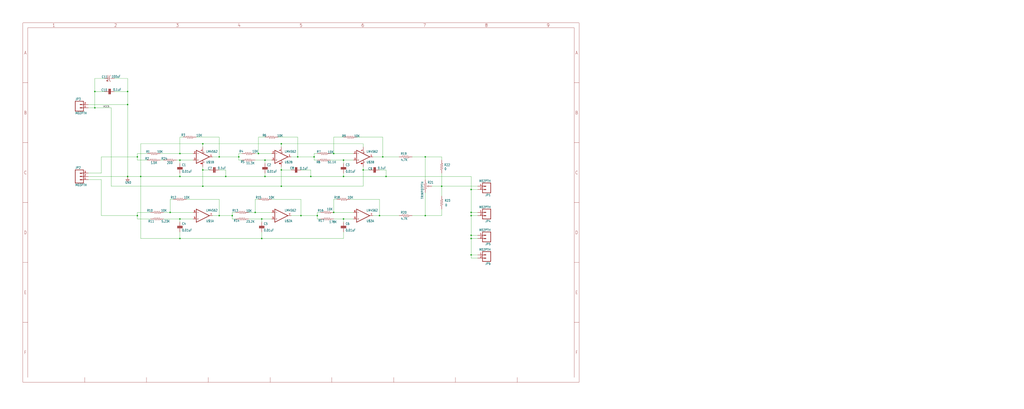
<source format=kicad_sch>
(kicad_sch (version 20211123) (generator eeschema)
  (paper "User" 795.02 317.906)
  (lib_symbols
    (symbol "allpass-eagle-import:CAP0603-CAP"
      (property "Reference" "C" (at 1.524 2.921 0))
      (property "Value" "CAP0603-CAP" (at 1.524 -2.159 0))
      (symbol "CAP0603-CAP_1_0"
        (rectangle (start -2.032 0.508) (end 2.032 1.016) (fill (type outline)))
        (rectangle (start -2.032 1.524) (end 2.032 2.032) (fill (type outline)))
        (polyline (pts (xy 0 0) (xy 0 0.508)) (stroke (width 0.1524)))
        (polyline (pts (xy 0 2.54) (xy 0 2.032)) (stroke (width 0.1524)))
        (pin passive line (at 0 5.08 270) (length 2.54) (name "1") (number "1"))
        (pin passive line (at 0 -2.54 90) (length 2.54) (name "2") (number "2"))
      )
    )
    (symbol "allpass-eagle-import:CAP_POLPTH1"
      (property "Reference" "C" (at 1.016 0.635 0))
      (property "Value" "CAP_POLPTH1" (at 1.016 -4.191 0))
      (symbol "CAP_POLPTH1_1_0"
        (rectangle (start -2.253 0.668) (end -1.364 0.795) (fill (type outline)))
        (rectangle (start -1.872 0.287) (end -1.745 1.176) (fill (type outline)))
        (arc (start 0 -1.0161) (mid -1.3021 -1.2302) (end -2.4669 -1.8504) (stroke (width 0.254)))
        (polyline (pts (xy -2.54 0) (xy 2.54 0)) (stroke (width 0.254)))
        (polyline (pts (xy 0 -1.016) (xy 0 -2.54)) (stroke (width 0.1524)))
        (arc (start 2.4892 -1.8542) (mid 1.3158 -1.2195) (end 0 -1) (stroke (width 0.254)))
        (pin passive line (at 0 2.54 270) (length 2.54) (name "+") (number "1"))
        (pin passive line (at 0 -5.08 90) (length 2.54) (name "-") (number "2"))
      )
    )
    (symbol "allpass-eagle-import:FRAME_B_L"
      (symbol "FRAME_B_L_0_0"
        (polyline (pts (xy 0 46.5667) (xy 3.81 46.5667)))
        (polyline (pts (xy 0 93.1333) (xy 3.81 93.1333)))
        (polyline (pts (xy 0 139.7) (xy 3.81 139.7)))
        (polyline (pts (xy 0 186.2667) (xy 3.81 186.2667)))
        (polyline (pts (xy 0 232.8333) (xy 3.81 232.8333)))
        (polyline (pts (xy 3.81 3.81) (xy 3.81 275.59)))
        (polyline (pts (xy 47.9778 0) (xy 47.9778 3.81)))
        (polyline (pts (xy 95.9556 0) (xy 95.9556 3.81)))
        (polyline (pts (xy 143.9333 0) (xy 143.9333 3.81)))
        (polyline (pts (xy 191.9111 0) (xy 191.9111 3.81)))
        (polyline (pts (xy 239.8889 0) (xy 239.8889 3.81)))
        (polyline (pts (xy 287.8667 0) (xy 287.8667 3.81)))
        (polyline (pts (xy 335.8444 0) (xy 335.8444 3.81)))
        (polyline (pts (xy 383.8222 0) (xy 383.8222 3.81)))
        (polyline (pts (xy 427.99 3.81) (xy 427.99 275.59)))
        (polyline (pts (xy 427.99 46.5667) (xy 431.8 46.5667)))
        (polyline (pts (xy 427.99 93.1333) (xy 431.8 93.1333)))
        (polyline (pts (xy 427.99 139.7) (xy 431.8 139.7)))
        (polyline (pts (xy 427.99 186.2667) (xy 431.8 186.2667)))
        (polyline (pts (xy 427.99 232.8333) (xy 431.8 232.8333)))
        (polyline (pts (xy 427.99 275.59) (xy 3.81 275.59)))
        (polyline (pts (xy 0 0) (xy 431.8 0) (xy 431.8 279.4) (xy 0 279.4) (xy 0 0)))
        (text "1" (at 23.9889 277.495 0) (effects (font (size 2.54 2.286))))
        (text "2" (at 71.9667 277.495 0) (effects (font (size 2.54 2.286))))
        (text "3" (at 119.9444 277.495 0) (effects (font (size 2.54 2.286))))
        (text "4" (at 167.9222 277.495 0) (effects (font (size 2.54 2.286))))
        (text "5" (at 215.9 277.495 0) (effects (font (size 2.54 2.286))))
        (text "6" (at 263.8778 277.495 0) (effects (font (size 2.54 2.286))))
        (text "7" (at 311.8556 277.495 0) (effects (font (size 2.54 2.286))))
        (text "8" (at 359.8333 277.495 0) (effects (font (size 2.54 2.286))))
        (text "9" (at 407.8111 277.495 0) (effects (font (size 2.54 2.286))))
        (text "A" (at 1.905 256.1167 0) (effects (font (size 2.54 2.286))))
        (text "A" (at 429.895 256.1167 0) (effects (font (size 2.54 2.286))))
        (text "B" (at 1.905 209.55 0) (effects (font (size 2.54 2.286))))
        (text "B" (at 429.895 209.55 0) (effects (font (size 2.54 2.286))))
        (text "C" (at 1.905 162.9833 0) (effects (font (size 2.54 2.286))))
        (text "C" (at 429.895 162.9833 0) (effects (font (size 2.54 2.286))))
        (text "D" (at 1.905 116.4167 0) (effects (font (size 2.54 2.286))))
        (text "D" (at 429.895 116.4167 0) (effects (font (size 2.54 2.286))))
        (text "E" (at 1.905 69.85 0) (effects (font (size 2.54 2.286))))
        (text "E" (at 429.895 69.85 0) (effects (font (size 2.54 2.286))))
        (text "F" (at 1.905 23.2833 0) (effects (font (size 2.54 2.286))))
        (text "F" (at 429.895 23.2833 0) (effects (font (size 2.54 2.286))))
      )
      (symbol "FRAME_B_L_2_0"
        (polyline (pts (xy 0 0) (xy 0 5.08)) (stroke (width 0.1016)))
        (polyline (pts (xy 0 0) (xy 71.12 0)) (stroke (width 0.1016)))
        (polyline (pts (xy 0 5.08) (xy 0 15.24)) (stroke (width 0.1016)))
        (polyline (pts (xy 0 5.08) (xy 71.12 5.08)) (stroke (width 0.1016)))
        (polyline (pts (xy 0 15.24) (xy 0 22.86)) (stroke (width 0.1016)))
        (polyline (pts (xy 0 22.86) (xy 0 35.56)) (stroke (width 0.1016)))
        (polyline (pts (xy 0 22.86) (xy 101.6 22.86)) (stroke (width 0.1016)))
        (polyline (pts (xy 71.12 0) (xy 101.6 0)) (stroke (width 0.1016)))
        (polyline (pts (xy 71.12 5.08) (xy 71.12 0)) (stroke (width 0.1016)))
        (polyline (pts (xy 71.12 5.08) (xy 87.63 5.08)) (stroke (width 0.1016)))
        (polyline (pts (xy 87.63 5.08) (xy 101.6 5.08)) (stroke (width 0.1016)))
        (polyline (pts (xy 87.63 15.24) (xy 0 15.24)) (stroke (width 0.1016)))
        (polyline (pts (xy 87.63 15.24) (xy 87.63 5.08)) (stroke (width 0.1016)))
        (polyline (pts (xy 101.6 5.08) (xy 101.6 0)) (stroke (width 0.1016)))
        (polyline (pts (xy 101.6 15.24) (xy 87.63 15.24)) (stroke (width 0.1016)))
        (polyline (pts (xy 101.6 15.24) (xy 101.6 5.08)) (stroke (width 0.1016)))
        (polyline (pts (xy 101.6 22.86) (xy 101.6 15.24)) (stroke (width 0.1016)))
        (polyline (pts (xy 101.6 35.56) (xy 0 35.56)) (stroke (width 0.1016)))
        (polyline (pts (xy 101.6 35.56) (xy 101.6 22.86)) (stroke (width 0.1016)))
        (text ">DRAWING_NAME" (at 17.78 19.05 0) (effects (font (size 2.54 2.159)) (justify left bottom)))
        (text ">LAST_DATE_TIME" (at 12.7 1.27 0) (effects (font (size 2.54 2.159)) (justify left bottom)))
        (text ">SHEET" (at 86.36 1.27 0) (effects (font (size 2.54 2.159)) (justify left bottom)))
        (text "Date:" (at 1.27 1.27 0) (effects (font (size 2.54 2.159)) (justify left bottom)))
        (text "Document Number:" (at 1.27 11.43 0) (effects (font (size 2.54 2.159)) (justify left bottom)))
        (text "REV:" (at 88.9 11.43 0) (effects (font (size 2.54 2.159)) (justify left bottom)))
        (text "Sheet:" (at 72.39 1.27 0) (effects (font (size 2.54 2.159)) (justify left bottom)))
        (text "TITLE:" (at 1.27 19.05 0) (effects (font (size 2.54 2.159)) (justify left bottom)))
      )
    )
    (symbol "allpass-eagle-import:GND" (power)
      (property "Value" "GND" (at -1.905 -3.175 0))
      (symbol "GND_1_0"
        (polyline (pts (xy -1.27 0) (xy 1.27 0)) (stroke (width 0.254)))
        (polyline (pts (xy 0 -1.27) (xy -1.27 0)) (stroke (width 0.254)))
        (polyline (pts (xy 1.27 0) (xy 0 -1.27)) (stroke (width 0.254)))
        (pin power_in line (at 0 2.54 270) (length 2.54) (name "GND") (number "1"))
      )
    )
    (symbol "allpass-eagle-import:LM4562"
      (property "Value" "LM4562" (at 2.54 -5.08 0))
      (symbol "LM4562_1_0"
        (polyline (pts (xy -5.08 -5.08) (xy 5.08 0)) (stroke (width 0.4064)))
        (polyline (pts (xy -5.08 5.08) (xy -5.08 -5.08)) (stroke (width 0.4064)))
        (polyline (pts (xy -4.445 -2.54) (xy -3.175 -2.54)) (stroke (width 0.1524)))
        (polyline (pts (xy -4.445 2.54) (xy -3.175 2.54)) (stroke (width 0.1524)))
        (polyline (pts (xy -3.81 3.175) (xy -3.81 1.905)) (stroke (width 0.1524)))
        (polyline (pts (xy 5.08 0) (xy -5.08 5.08)) (stroke (width 0.4064)))
        (pin input line (at -7.62 2.54 0) (length 2.54) (name "+IN") (number "5"))
        (pin input line (at -7.62 -2.54 0) (length 2.54) (name "-IN") (number "6"))
        (pin output line (at 7.62 0 180) (length 2.54) (name "OUT") (number "7"))
      )
      (symbol "LM4562_2_0"
        (polyline (pts (xy -5.08 -5.08) (xy 5.08 0)) (stroke (width 0.4064)))
        (polyline (pts (xy -5.08 5.08) (xy -5.08 -5.08)) (stroke (width 0.4064)))
        (polyline (pts (xy -4.445 -2.54) (xy -3.175 -2.54)) (stroke (width 0.1524)))
        (polyline (pts (xy -4.445 2.54) (xy -3.175 2.54)) (stroke (width 0.1524)))
        (polyline (pts (xy -3.81 3.175) (xy -3.81 1.905)) (stroke (width 0.1524)))
        (polyline (pts (xy 5.08 0) (xy -5.08 5.08)) (stroke (width 0.4064)))
        (text "V+" (at 1.27 3.175 900) (effects (font (size 0.8128 0.6908)) (justify left bottom)))
        (text "V-" (at 1.27 -4.445 900) (effects (font (size 0.8128 0.6908)) (justify left bottom)))
        (pin output line (at 7.62 0 180) (length 2.54) (name "OUT") (number "1"))
        (pin input line (at -7.62 -2.54 0) (length 2.54) (name "-IN") (number "2"))
        (pin input line (at -7.62 2.54 0) (length 2.54) (name "+IN") (number "3"))
        (pin power_in line (at 0 -7.62 90) (length 5.08) (name "V-") (number "4"))
        (pin power_in line (at 0 7.62 270) (length 5.08) (name "V+") (number "8"))
      )
    )
    (symbol "allpass-eagle-import:M02PTH"
      (property "Reference" "JP" (at -2.54 5.842 0))
      (property "Value" "M02PTH" (at -2.54 -5.08 0))
      (symbol "M02PTH_1_0"
        (polyline (pts (xy -2.54 5.08) (xy -2.54 -2.54)) (stroke (width 0.4064)))
        (polyline (pts (xy -2.54 5.08) (xy 3.81 5.08)) (stroke (width 0.4064)))
        (polyline (pts (xy 1.27 0) (xy 2.54 0)) (stroke (width 0.6096)))
        (polyline (pts (xy 1.27 2.54) (xy 2.54 2.54)) (stroke (width 0.6096)))
        (polyline (pts (xy 3.81 -2.54) (xy -2.54 -2.54)) (stroke (width 0.4064)))
        (polyline (pts (xy 3.81 -2.54) (xy 3.81 5.08)) (stroke (width 0.4064)))
        (pin passive line (at 7.62 0 180) (length 5.08) (name "1") (number "1"))
        (pin passive line (at 7.62 2.54 180) (length 5.08) (name "2") (number "2"))
      )
    )
    (symbol "allpass-eagle-import:M03PTH"
      (property "Reference" "JP" (at -2.54 5.842 0))
      (property "Value" "M03PTH" (at -2.54 -7.62 0))
      (symbol "M03PTH_1_0"
        (polyline (pts (xy -2.54 5.08) (xy -2.54 -5.08)) (stroke (width 0.4064)))
        (polyline (pts (xy -2.54 5.08) (xy 3.81 5.08)) (stroke (width 0.4064)))
        (polyline (pts (xy 1.27 -2.54) (xy 2.54 -2.54)) (stroke (width 0.6096)))
        (polyline (pts (xy 1.27 0) (xy 2.54 0)) (stroke (width 0.6096)))
        (polyline (pts (xy 1.27 2.54) (xy 2.54 2.54)) (stroke (width 0.6096)))
        (polyline (pts (xy 3.81 -5.08) (xy -2.54 -5.08)) (stroke (width 0.4064)))
        (polyline (pts (xy 3.81 -5.08) (xy 3.81 5.08)) (stroke (width 0.4064)))
        (pin passive line (at 7.62 -2.54 180) (length 5.08) (name "1") (number "1"))
        (pin passive line (at 7.62 0 180) (length 5.08) (name "2") (number "2"))
        (pin passive line (at 7.62 2.54 180) (length 5.08) (name "3") (number "3"))
      )
    )
    (symbol "allpass-eagle-import:RESISTOR0603"
      (property "Reference" "R" (at -3.81 1.4986 0))
      (property "Value" "RESISTOR0603" (at -3.81 -3.302 0))
      (symbol "RESISTOR0603_1_0"
        (polyline (pts (xy -2.54 0) (xy -2.159 1.016)) (stroke (width 0.1524)))
        (polyline (pts (xy -2.159 1.016) (xy -1.524 -1.016)) (stroke (width 0.1524)))
        (polyline (pts (xy -1.524 -1.016) (xy -0.889 1.016)) (stroke (width 0.1524)))
        (polyline (pts (xy -0.889 1.016) (xy -0.254 -1.016)) (stroke (width 0.1524)))
        (polyline (pts (xy -0.254 -1.016) (xy 0.381 1.016)) (stroke (width 0.1524)))
        (polyline (pts (xy 0.381 1.016) (xy 1.016 -1.016)) (stroke (width 0.1524)))
        (polyline (pts (xy 1.016 -1.016) (xy 1.651 1.016)) (stroke (width 0.1524)))
        (polyline (pts (xy 1.651 1.016) (xy 2.286 -1.016)) (stroke (width 0.1524)))
        (polyline (pts (xy 2.286 -1.016) (xy 2.54 0)) (stroke (width 0.1524)))
        (pin passive line (at -5.08 0 0) (length 2.54) (name "1") (number "1"))
        (pin passive line (at 5.08 0 180) (length 2.54) (name "2") (number "2"))
      )
    )
    (symbol "allpass-eagle-import:TRIMPOTPTH"
      (property "Reference" "R" (at -11.43 1.4986 0))
      (property "Value" "TRIMPOTPTH" (at -3.81 -3.302 0))
      (symbol "TRIMPOTPTH_1_0"
        (polyline (pts (xy -2.54 0) (xy -2.159 1.016)) (stroke (width 0.1524)))
        (polyline (pts (xy -2.159 1.016) (xy -1.524 -1.016)) (stroke (width 0.1524)))
        (polyline (pts (xy -1.524 -1.016) (xy -0.889 1.016)) (stroke (width 0.1524)))
        (polyline (pts (xy -0.889 1.016) (xy -0.254 -1.016)) (stroke (width 0.1524)))
        (polyline (pts (xy -0.635 2.54) (xy 0 1.524)) (stroke (width 0.1524)))
        (polyline (pts (xy -0.254 -1.016) (xy 0.381 1.016)) (stroke (width 0.1524)))
        (polyline (pts (xy 0 1.524) (xy 0.635 2.54)) (stroke (width 0.1524)))
        (polyline (pts (xy 0 2.54) (xy 0 1.524)) (stroke (width 0.1524)))
        (polyline (pts (xy 0.381 1.016) (xy 1.016 -1.016)) (stroke (width 0.1524)))
        (polyline (pts (xy 1.016 -1.016) (xy 1.651 1.016)) (stroke (width 0.1524)))
        (polyline (pts (xy 1.651 1.016) (xy 2.286 -1.016)) (stroke (width 0.1524)))
        (polyline (pts (xy 2.286 -1.016) (xy 2.54 0)) (stroke (width 0.1524)))
        (pin passive line (at -5.08 0 0) (length 2.54) (name "CCW") (number "1"))
        (pin passive line (at 0 5.08 270) (length 2.54) (name "WIPER") (number "2"))
        (pin passive line (at 5.08 0 180) (length 2.54) (name "CW") (number "3"))
      )
    )
  )
  (junction (at 365.76 185.42))
  (junction (at 170.18 121.92))
  (junction (at 106.68 167.64))
  (junction (at 175.26 137.16))
  (junction (at 243.84 121.92))
  (junction (at 218.44 144.78))
  (junction (at 200.66 119.38))
  (junction (at 259.08 119.38))
  (junction (at 218.44 111.76))
  (junction (at 203.2 185.42))
  (junction (at 266.7 170.18))
  (junction (at 99.06 71.12))
  (junction (at 139.7 124.46))
  (junction (at 99.06 137.16))
  (junction (at 180.34 167.64))
  (junction (at 132.08 165.1))
  (junction (at 185.42 121.92))
  (junction (at 231.14 121.92))
  (junction (at 157.48 132.08))
  (junction (at 139.7 119.38))
  (junction (at 246.38 167.64))
  (junction (at 157.48 111.76))
  (junction (at 241.3 137.16))
  (junction (at 73.66 83.82))
  (junction (at 365.76 167.64))
  (junction (at 139.7 137.16))
  (junction (at 170.18 167.64))
  (junction (at 218.44 132.08))
  (junction (at 281.94 132.08))
  (junction (at 297.18 121.92))
  (junction (at 99.06 81.28))
  (junction (at 106.68 121.92))
  (junction (at 109.22 137.16))
  (junction (at 299.72 137.16))
  (junction (at 205.74 124.46))
  (junction (at 365.76 165.1))
  (junction (at 205.74 137.16))
  (junction (at 139.7 185.42))
  (junction (at 259.08 165.1))
  (junction (at 139.7 170.18))
  (junction (at 294.64 167.64))
  (junction (at 330.2 167.64))
  (junction (at 365.76 198.12))
  (junction (at 233.68 167.64))
  (junction (at 266.7 137.16))
  (junction (at 365.76 182.88))
  (junction (at 365.76 147.32))
  (junction (at 266.7 124.46))
  (junction (at 198.12 165.1))
  (junction (at 157.48 144.78))
  (junction (at 203.2 170.18))
  (junction (at 73.66 71.12))
  (junction (at 342.9 144.78))
  (junction (at 330.2 121.92))
  (wire (pts (xy 259.08 165.1) (xy 274.32 165.1)))
  (wire (pts (xy 210.82 154.94) (xy 233.68 154.94)))
  (wire (pts (xy 256.54 124.46) (xy 266.7 124.46)))
  (wire (pts (xy 139.7 124.46) (xy 149.86 124.46)))
  (wire (pts (xy 342.9 134.62) (xy 342.9 144.78)))
  (wire (pts (xy 203.2 172.72) (xy 203.2 170.18)))
  (wire (pts (xy 266.7 185.42) (xy 203.2 185.42)))
  (wire (pts (xy 320.04 167.64) (xy 330.2 167.64)))
  (wire (pts (xy 81.28 71.12) (xy 73.66 71.12)))
  (wire (pts (xy 266.7 124.46) (xy 274.32 124.46)))
  (wire (pts (xy 218.44 111.76) (xy 157.48 111.76)))
  (wire (pts (xy 134.62 154.94) (xy 132.08 154.94)))
  (wire (pts (xy 180.34 165.1) (xy 180.34 167.64)))
  (wire (pts (xy 365.76 200.66) (xy 365.76 198.12)))
  (wire (pts (xy 259.08 106.68) (xy 259.08 119.38)))
  (wire (pts (xy 106.68 165.1) (xy 106.68 167.64)))
  (wire (pts (xy 342.9 167.64) (xy 342.9 162.56)))
  (wire (pts (xy 157.48 129.54) (xy 157.48 132.08)))
  (wire (pts (xy 170.18 121.92) (xy 165.1 121.92)))
  (wire (pts (xy 157.48 132.08) (xy 157.48 144.78)))
  (wire (pts (xy 320.04 121.92) (xy 330.2 121.92)))
  (wire (pts (xy 144.78 154.94) (xy 170.18 154.94)))
  (wire (pts (xy 106.68 170.18) (xy 116.84 170.18)))
  (wire (pts (xy 124.46 124.46) (xy 127 124.46)))
  (wire (pts (xy 86.36 83.82) (xy 86.36 144.78)))
  (wire (pts (xy 114.3 119.38) (xy 106.68 119.38)))
  (wire (pts (xy 68.58 134.62) (xy 78.74 134.62)))
  (wire (pts (xy 205.74 127) (xy 205.74 124.46)))
  (wire (pts (xy 370.84 167.64) (xy 365.76 167.64)))
  (wire (pts (xy 170.18 106.68) (xy 170.18 121.92)))
  (wire (pts (xy 266.7 170.18) (xy 274.32 170.18)))
  (wire (pts (xy 294.64 132.08) (xy 299.72 132.08)))
  (wire (pts (xy 246.38 167.64) (xy 246.38 170.18)))
  (wire (pts (xy 109.22 111.76) (xy 109.22 137.16)))
  (wire (pts (xy 73.66 71.12) (xy 73.66 83.82)))
  (wire (pts (xy 132.08 154.94) (xy 132.08 165.1)))
  (wire (pts (xy 78.74 167.64) (xy 106.68 167.64)))
  (wire (pts (xy 297.18 121.92) (xy 309.88 121.92)))
  (wire (pts (xy 248.92 165.1) (xy 246.38 165.1)))
  (wire (pts (xy 162.56 132.08) (xy 157.48 132.08)))
  (wire (pts (xy 139.7 106.68) (xy 139.7 119.38)))
  (wire (pts (xy 335.28 144.78) (xy 342.9 144.78)))
  (wire (pts (xy 365.76 167.64) (xy 365.76 182.88)))
  (wire (pts (xy 109.22 137.16) (xy 99.06 137.16)))
  (wire (pts (xy 259.08 154.94) (xy 259.08 165.1)))
  (wire (pts (xy 139.7 127) (xy 139.7 124.46)))
  (wire (pts (xy 180.34 170.18) (xy 182.88 170.18)))
  (wire (pts (xy 198.12 119.38) (xy 200.66 119.38)))
  (wire (pts (xy 243.84 121.92) (xy 243.84 124.46)))
  (wire (pts (xy 139.7 137.16) (xy 175.26 137.16)))
  (wire (pts (xy 139.7 134.62) (xy 139.7 137.16)))
  (wire (pts (xy 170.18 121.92) (xy 185.42 121.92)))
  (wire (pts (xy 233.68 154.94) (xy 233.68 167.64)))
  (wire (pts (xy 106.68 167.64) (xy 106.68 170.18)))
  (wire (pts (xy 266.7 127) (xy 266.7 124.46)))
  (wire (pts (xy 365.76 182.88) (xy 365.76 185.42)))
  (wire (pts (xy 185.42 121.92) (xy 185.42 124.46)))
  (wire (pts (xy 139.7 185.42) (xy 109.22 185.42)))
  (wire (pts (xy 365.76 137.16) (xy 365.76 147.32)))
  (wire (pts (xy 205.74 106.68) (xy 200.66 106.68)))
  (wire (pts (xy 205.74 137.16) (xy 241.3 137.16)))
  (wire (pts (xy 109.22 185.42) (xy 109.22 137.16)))
  (wire (pts (xy 99.06 71.12) (xy 99.06 81.28)))
  (wire (pts (xy 88.9 60.96) (xy 99.06 60.96)))
  (wire (pts (xy 200.66 154.94) (xy 198.12 154.94)))
  (wire (pts (xy 299.72 137.16) (xy 266.7 137.16)))
  (wire (pts (xy 73.66 83.82) (xy 86.36 83.82)))
  (wire (pts (xy 106.68 124.46) (xy 114.3 124.46)))
  (wire (pts (xy 157.48 144.78) (xy 86.36 144.78)))
  (wire (pts (xy 299.72 137.16) (xy 365.76 137.16)))
  (wire (pts (xy 68.58 139.7) (xy 78.74 139.7)))
  (wire (pts (xy 218.44 114.3) (xy 218.44 111.76)))
  (wire (pts (xy 116.84 165.1) (xy 106.68 165.1)))
  (wire (pts (xy 365.76 147.32) (xy 365.76 165.1)))
  (wire (pts (xy 106.68 119.38) (xy 106.68 121.92)))
  (wire (pts (xy 106.68 121.92) (xy 106.68 124.46)))
  (wire (pts (xy 231.14 106.68) (xy 231.14 121.92)))
  (wire (pts (xy 180.34 167.64) (xy 180.34 170.18)))
  (wire (pts (xy 200.66 106.68) (xy 200.66 119.38)))
  (wire (pts (xy 266.7 180.34) (xy 266.7 185.42)))
  (wire (pts (xy 370.84 200.66) (xy 365.76 200.66)))
  (wire (pts (xy 370.84 182.88) (xy 365.76 182.88)))
  (wire (pts (xy 233.68 167.64) (xy 246.38 167.64)))
  (wire (pts (xy 281.94 144.78) (xy 218.44 144.78)))
  (wire (pts (xy 124.46 119.38) (xy 139.7 119.38)))
  (wire (pts (xy 182.88 165.1) (xy 180.34 165.1)))
  (wire (pts (xy 139.7 185.42) (xy 139.7 180.34)))
  (wire (pts (xy 233.68 132.08) (xy 241.3 132.08)))
  (wire (pts (xy 259.08 170.18) (xy 266.7 170.18)))
  (wire (pts (xy 294.64 167.64) (xy 289.56 167.64)))
  (wire (pts (xy 81.28 60.96) (xy 73.66 60.96)))
  (wire (pts (xy 139.7 170.18) (xy 149.86 170.18)))
  (wire (pts (xy 294.64 154.94) (xy 294.64 167.64)))
  (wire (pts (xy 218.44 144.78) (xy 157.48 144.78)))
  (wire (pts (xy 127 170.18) (xy 139.7 170.18)))
  (wire (pts (xy 241.3 132.08) (xy 241.3 137.16)))
  (wire (pts (xy 68.58 83.82) (xy 73.66 83.82)))
  (wire (pts (xy 139.7 119.38) (xy 149.86 119.38)))
  (wire (pts (xy 271.78 154.94) (xy 294.64 154.94)))
  (wire (pts (xy 266.7 172.72) (xy 266.7 170.18)))
  (wire (pts (xy 342.9 144.78) (xy 370.84 144.78)))
  (wire (pts (xy 205.74 124.46) (xy 210.82 124.46)))
  (wire (pts (xy 132.08 165.1) (xy 149.86 165.1)))
  (wire (pts (xy 330.2 121.92) (xy 342.9 121.92)))
  (wire (pts (xy 142.24 106.68) (xy 139.7 106.68)))
  (wire (pts (xy 203.2 170.18) (xy 210.82 170.18)))
  (wire (pts (xy 185.42 124.46) (xy 187.96 124.46)))
  (wire (pts (xy 152.4 106.68) (xy 170.18 106.68)))
  (wire (pts (xy 294.64 167.64) (xy 309.88 167.64)))
  (wire (pts (xy 170.18 154.94) (xy 170.18 167.64)))
  (wire (pts (xy 218.44 129.54) (xy 218.44 132.08)))
  (wire (pts (xy 68.58 81.28) (xy 99.06 81.28)))
  (wire (pts (xy 99.06 60.96) (xy 99.06 71.12)))
  (wire (pts (xy 342.9 121.92) (xy 342.9 124.46)))
  (wire (pts (xy 299.72 132.08) (xy 299.72 137.16)))
  (wire (pts (xy 370.84 198.12) (xy 365.76 198.12)))
  (wire (pts (xy 170.18 132.08) (xy 175.26 132.08)))
  (wire (pts (xy 78.74 134.62) (xy 78.74 121.92)))
  (wire (pts (xy 78.74 121.92) (xy 106.68 121.92)))
  (wire (pts (xy 246.38 165.1) (xy 246.38 167.64)))
  (wire (pts (xy 243.84 124.46) (xy 246.38 124.46)))
  (wire (pts (xy 203.2 185.42) (xy 139.7 185.42)))
  (wire (pts (xy 193.04 165.1) (xy 198.12 165.1)))
  (wire (pts (xy 365.76 198.12) (xy 365.76 185.42)))
  (wire (pts (xy 231.14 121.92) (xy 226.06 121.92)))
  (wire (pts (xy 193.04 170.18) (xy 203.2 170.18)))
  (wire (pts (xy 170.18 167.64) (xy 180.34 167.64)))
  (wire (pts (xy 157.48 114.3) (xy 157.48 111.76)))
  (wire (pts (xy 73.66 60.96) (xy 73.66 71.12)))
  (wire (pts (xy 276.86 106.68) (xy 297.18 106.68)))
  (wire (pts (xy 261.62 154.94) (xy 259.08 154.94)))
  (wire (pts (xy 127 165.1) (xy 132.08 165.1)))
  (wire (pts (xy 266.7 137.16) (xy 266.7 134.62)))
  (wire (pts (xy 157.48 111.76) (xy 109.22 111.76)))
  (wire (pts (xy 198.12 154.94) (xy 198.12 165.1)))
  (wire (pts (xy 365.76 147.32) (xy 370.84 147.32)))
  (wire (pts (xy 330.2 121.92) (xy 330.2 139.7)))
  (wire (pts (xy 139.7 172.72) (xy 139.7 170.18)))
  (wire (pts (xy 226.06 132.08) (xy 218.44 132.08)))
  (wire (pts (xy 330.2 167.64) (xy 330.2 149.86)))
  (wire (pts (xy 203.2 180.34) (xy 203.2 185.42)))
  (wire (pts (xy 246.38 170.18) (xy 248.92 170.18)))
  (wire (pts (xy 175.26 137.16) (xy 205.74 137.16)))
  (wire (pts (xy 370.84 165.1) (xy 365.76 165.1)))
  (wire (pts (xy 281.94 114.3) (xy 281.94 111.76)))
  (wire (pts (xy 218.44 132.08) (xy 218.44 144.78)))
  (wire (pts (xy 281.94 129.54) (xy 281.94 132.08)))
  (wire (pts (xy 78.74 139.7) (xy 78.74 167.64)))
  (wire (pts (xy 365.76 185.42) (xy 370.84 185.42)))
  (wire (pts (xy 259.08 119.38) (xy 274.32 119.38)))
  (wire (pts (xy 231.14 121.92) (xy 243.84 121.92)))
  (wire (pts (xy 205.74 137.16) (xy 205.74 134.62)))
  (wire (pts (xy 297.18 106.68) (xy 297.18 121.92)))
  (wire (pts (xy 139.7 137.16) (xy 109.22 137.16)))
  (wire (pts (xy 281.94 111.76) (xy 218.44 111.76)))
  (wire (pts (xy 233.68 167.64) (xy 226.06 167.64)))
  (wire (pts (xy 99.06 137.16) (xy 68.58 137.16)))
  (wire (pts (xy 198.12 165.1) (xy 210.82 165.1)))
  (wire (pts (xy 246.38 119.38) (xy 243.84 119.38)))
  (wire (pts (xy 198.12 124.46) (xy 205.74 124.46)))
  (wire (pts (xy 187.96 119.38) (xy 185.42 119.38)))
  (wire (pts (xy 342.9 144.78) (xy 342.9 152.4)))
  (wire (pts (xy 99.06 81.28) (xy 99.06 137.16)))
  (wire (pts (xy 88.9 71.12) (xy 99.06 71.12)))
  (wire (pts (xy 170.18 167.64) (xy 165.1 167.64)))
  (wire (pts (xy 243.84 119.38) (xy 243.84 121.92)))
  (wire (pts (xy 200.66 119.38) (xy 210.82 119.38)))
  (wire (pts (xy 297.18 121.92) (xy 289.56 121.92)))
  (wire (pts (xy 185.42 119.38) (xy 185.42 121.92)))
  (wire (pts (xy 175.26 132.08) (xy 175.26 137.16)))
  (wire (pts (xy 256.54 119.38) (xy 259.08 119.38)))
  (wire (pts (xy 287.02 132.08) (xy 281.94 132.08)))
  (wire (pts (xy 365.76 165.1) (xy 365.76 167.64)))
  (wire (pts (xy 137.16 124.46) (xy 139.7 124.46)))
  (wire (pts (xy 281.94 132.08) (xy 281.94 144.78)))
  (wire (pts (xy 241.3 137.16) (xy 266.7 137.16)))
  (wire (pts (xy 330.2 167.64) (xy 342.9 167.64)))
  (wire (pts (xy 215.9 106.68) (xy 231.14 106.68)))
  (wire (pts (xy 266.7 106.68) (xy 259.08 106.68)))
  (label "VCC5" (at 80.01 83.82 0) (effects (font (size 1.2446 1.2446))))
  (symbol (lib_id "allpass-eagle-import:M02PTH") (at 378.46 165.1 180)
    (property "Reference" "JP4" (at 381 170.942 0) (effects (font (size 1.778 1.5113)) (justify left bottom)))
    (property "Value" "M02PTH" (at 381 160.02 0) (effects (font (size 1.778 1.5113)) (justify left bottom)))
    (property "Footprint" "allpass:1X02" (effects hide))
  )
  (symbol (lib_id "allpass-eagle-import:LM4562") (at 281.94 121.92 0) (mirror x)
    (property "Reference" "U$3" (at 284.48 125.095 0) (effects (font (size 1.778 1.5113)) (justify left bottom)))
    (property "Value" "LM4562" (at 284.48 116.84 0) (effects (font (size 1.778 1.5113)) (justify left bottom)))
    (property "Footprint" "allpass:SOIC8" (effects hide))
  )
  (symbol (lib_id "allpass-eagle-import:CAP0603-CAP") (at 205.74 132.08 0)
    (property "Reference" "C2" (at 207.264 129.159 0) (effects (font (size 1.778 1.5113)) (justify left bottom)))
    (property "Value" "0.01uF" (at 207.264 134.239 0) (effects (font (size 1.778 1.5113)) (justify left bottom)))
    (property "Footprint" "allpass:0603-CAP" (effects hide))
  )
  (symbol (lib_id "allpass-eagle-import:RESISTOR0603") (at 251.46 119.38 0)
    (property "Reference" "R7" (at 245.872 118.8974 0) (effects (font (size 1.778 1.5113)) (justify left bottom)))
    (property "Value" "10K" (at 254.508 119.126 0) (effects (font (size 1.778 1.5113)) (justify left bottom)))
    (property "Footprint" "allpass:0603-RES" (effects hide))
  )
  (symbol (lib_id "allpass-eagle-import:RESISTOR0603") (at 254 165.1 0)
    (property "Reference" "R16" (at 246.634 164.6174 0) (effects (font (size 1.778 1.5113)) (justify left bottom)))
    (property "Value" "10K" (at 253.746 163.576 0) (effects (font (size 1.778 1.5113)) (justify left bottom)))
    (property "Footprint" "allpass:0603-RES" (effects hide))
  )
  (symbol (lib_id "allpass-eagle-import:TRIMPOTPTH") (at 330.2 144.78 270)
    (property "Reference" "R21" (at 331.978 142.7734 90) (effects (font (size 1.778 1.5113)) (justify left bottom)))
    (property "Value" "TRIMPOTPTH" (at 326.898 140.97 0) (effects (font (size 1.778 1.5113)) (justify left bottom)))
    (property "Footprint" "allpass:TRIM_POT_PTH" (effects hide))
  )
  (symbol (lib_id "allpass-eagle-import:RESISTOR0603") (at 119.38 119.38 0)
    (property "Reference" "R1" (at 113.284 118.8974 0) (effects (font (size 1.778 1.5113)) (justify left bottom)))
    (property "Value" "10K" (at 121.92 118.872 0) (effects (font (size 1.778 1.5113)) (justify left bottom)))
    (property "Footprint" "allpass:0603-RES" (effects hide))
  )
  (symbol (lib_id "allpass-eagle-import:M02PTH") (at 378.46 182.88 180)
    (property "Reference" "JP5" (at 381 188.722 0) (effects (font (size 1.778 1.5113)) (justify left bottom)))
    (property "Value" "M02PTH" (at 381 177.8 0) (effects (font (size 1.778 1.5113)) (justify left bottom)))
    (property "Footprint" "allpass:1X02" (effects hide))
  )
  (symbol (lib_id "allpass-eagle-import:M02PTH") (at 60.96 83.82 0)
    (property "Reference" "JP3" (at 58.42 77.978 0) (effects (font (size 1.778 1.5113)) (justify left bottom)))
    (property "Value" "M02PTH" (at 58.42 88.9 0) (effects (font (size 1.778 1.5113)) (justify left bottom)))
    (property "Footprint" "allpass:1X02" (effects hide))
  )
  (symbol (lib_id "allpass-eagle-import:RESISTOR0603") (at 147.32 106.68 0)
    (property "Reference" "R3" (at 140.716 105.9434 0) (effects (font (size 1.778 1.5113)) (justify left bottom)))
    (property "Value" "10K" (at 152.4 106.172 0) (effects (font (size 1.778 1.5113)) (justify left bottom)))
    (property "Footprint" "allpass:0603-RES" (effects hide))
  )
  (symbol (lib_id "allpass-eagle-import:RESISTOR0603") (at 205.74 154.94 0)
    (property "Reference" "R15" (at 198.374 154.4574 0) (effects (font (size 1.778 1.5113)) (justify left bottom)))
    (property "Value" "10K" (at 208.534 154.432 0) (effects (font (size 1.778 1.5113)) (justify left bottom)))
    (property "Footprint" "allpass:0603-RES" (effects hide))
  )
  (symbol (lib_id "allpass-eagle-import:LM4562") (at 157.48 121.92 0) (mirror x)
    (property "Reference" "U$1" (at 160.02 125.095 0) (effects (font (size 1.778 1.5113)) (justify left bottom)))
    (property "Value" "LM4562" (at 160.02 116.84 0) (effects (font (size 1.778 1.5113)) (justify left bottom)))
    (property "Footprint" "allpass:SOIC8" (effects hide))
  )
  (symbol (lib_id "allpass-eagle-import:CAP0603-CAP") (at 167.64 132.08 90)
    (property "Reference" "C7" (at 164.592 129.921 90) (effects (font (size 1.778 1.5113)) (justify left bottom)))
    (property "Value" "0.1uF" (at 175.514 129.667 90) (effects (font (size 1.778 1.5113)) (justify left bottom)))
    (property "Footprint" "allpass:0603-CAP" (effects hide))
  )
  (symbol (lib_id "allpass-eagle-import:RESISTOR0603") (at 139.7 154.94 0)
    (property "Reference" "R12" (at 132.334 154.4574 0) (effects (font (size 1.778 1.5113)) (justify left bottom)))
    (property "Value" "10K" (at 142.748 154.432 0) (effects (font (size 1.778 1.5113)) (justify left bottom)))
    (property "Footprint" "allpass:0603-RES" (effects hide))
  )
  (symbol (lib_id "allpass-eagle-import:FRAME_B_L") (at 17.78 297.18 0) (unit 1)
    (property "Reference" "#FRAME1" (effects hide))
    (property "Value" "FRAME_B_L" (effects hide))
    (property "Footprint" "allpass:" (effects hide))
  )
  (symbol (lib_id "allpass-eagle-import:RESISTOR0603") (at 119.38 124.46 0)
    (property "Reference" "R2" (at 112.522 124.2314 0) (effects (font (size 1.778 1.5113)) (justify left bottom)))
    (property "Value" "1.5K" (at 116.84 127.508 0) (effects (font (size 1.778 1.5113)) (justify left bottom)))
    (property "Footprint" "allpass:0603-RES" (effects hide))
  )
  (symbol (lib_id "allpass-eagle-import:CAP0603-CAP") (at 203.2 177.8 0)
    (property "Reference" "C5" (at 204.724 174.879 0) (effects (font (size 1.778 1.5113)) (justify left bottom)))
    (property "Value" "0.01uF" (at 204.724 179.959 0) (effects (font (size 1.778 1.5113)) (justify left bottom)))
    (property "Footprint" "allpass:0603-CAP" (effects hide))
  )
  (symbol (lib_id "allpass-eagle-import:LM4562") (at 281.94 167.64 0) (mirror x)
    (property "Reference" "U$3" (at 284.48 170.815 0) (effects (font (size 1.778 1.5113)) (justify left bottom)))
    (property "Value" "LM4562" (at 284.48 162.56 0) (effects (font (size 1.778 1.5113)) (justify left bottom)))
    (property "Footprint" "allpass:SOIC8" (effects hide))
  )
  (symbol (lib_id "allpass-eagle-import:CAP_POLPTH1") (at 83.82 60.96 90)
    (property "Reference" "C11" (at 83.566 58.801 90) (effects (font (size 1.778 1.5113)) (justify left bottom)))
    (property "Value" "100uF" (at 93.726 58.547 90) (effects (font (size 1.778 1.5113)) (justify left bottom)))
    (property "Footprint" "allpass:CPOL-RADIAL-100UF-25V" (effects hide))
  )
  (symbol (lib_id "allpass-eagle-import:CAP0603-CAP") (at 139.7 132.08 0)
    (property "Reference" "C1" (at 141.224 129.159 0) (effects (font (size 1.778 1.5113)) (justify left bottom)))
    (property "Value" "0.01uF" (at 141.224 134.239 0) (effects (font (size 1.778 1.5113)) (justify left bottom)))
    (property "Footprint" "allpass:0603-CAP" (effects hide))
  )
  (symbol (lib_id "allpass-eagle-import:RESISTOR0603") (at 251.46 124.46 0)
    (property "Reference" "R8" (at 245.618 127.0254 0) (effects (font (size 1.778 1.5113)) (justify left bottom)))
    (property "Value" "51.1K" (at 254.254 127 0) (effects (font (size 1.778 1.5113)) (justify left bottom)))
    (property "Footprint" "allpass:0603-RES" (effects hide))
  )
  (symbol (lib_id "allpass-eagle-import:RESISTOR0603") (at 342.9 129.54 90)
    (property "Reference" "R22" (at 349.504 127.2286 90) (effects (font (size 1.778 1.5113)) (justify left bottom)))
    (property "Value" "0" (at 346.71 130.302 90) (effects (font (size 1.778 1.5113)) (justify left bottom)))
    (property "Footprint" "allpass:0603-RES" (effects hide))
  )
  (symbol (lib_id "allpass-eagle-import:GND") (at 99.06 139.7 0) (unit 1)
    (property "Reference" "#SUPPLY1" (effects hide))
    (property "Value" "GND" (at 97.155 142.875 0) (effects (font (size 1.778 1.5113)) (justify left bottom)))
    (property "Footprint" "allpass:" (effects hide))
  )
  (symbol (lib_id "allpass-eagle-import:RESISTOR0603") (at 121.92 165.1 0)
    (property "Reference" "R10" (at 114.046 164.6174 0) (effects (font (size 1.778 1.5113)) (justify left bottom)))
    (property "Value" "10K" (at 124.968 164.592 0) (effects (font (size 1.778 1.5113)) (justify left bottom)))
    (property "Footprint" "allpass:0603-RES" (effects hide))
  )
  (symbol (lib_id "allpass-eagle-import:RESISTOR0603") (at 187.96 165.1 0)
    (property "Reference" "R13" (at 180.34 164.6174 0) (effects (font (size 1.778 1.5113)) (justify left bottom)))
    (property "Value" "10K" (at 191.008 164.846 0) (effects (font (size 1.778 1.5113)) (justify left bottom)))
    (property "Footprint" "allpass:0603-RES" (effects hide))
  )
  (symbol (lib_id "allpass-eagle-import:CAP0603-CAP") (at 86.36 71.12 90)
    (property "Reference" "C10" (at 83.312 68.961 90) (effects (font (size 1.778 1.5113)) (justify left bottom)))
    (property "Value" "0.1uF" (at 94.234 68.707 90) (effects (font (size 1.778 1.5113)) (justify left bottom)))
    (property "Footprint" "allpass:0603-CAP" (effects hide))
  )
  (symbol (lib_id "allpass-eagle-import:CAP0603-CAP") (at 266.7 177.8 0)
    (property "Reference" "C6" (at 268.224 174.879 0) (effects (font (size 1.778 1.5113)) (justify left bottom)))
    (property "Value" "0.01uF" (at 268.224 179.959 0) (effects (font (size 1.778 1.5113)) (justify left bottom)))
    (property "Footprint" "allpass:0603-CAP" (effects hide))
  )
  (symbol (lib_id "allpass-eagle-import:RESISTOR0603") (at 187.96 170.18 0)
    (property "Reference" "R14" (at 181.356 172.4914 0) (effects (font (size 1.778 1.5113)) (justify left bottom)))
    (property "Value" "23.2K" (at 191.008 173.228 0) (effects (font (size 1.778 1.5113)) (justify left bottom)))
    (property "Footprint" "allpass:0603-RES" (effects hide))
  )
  (symbol (lib_id "allpass-eagle-import:RESISTOR0603") (at 271.78 106.68 0)
    (property "Reference" "R9" (at 265.43 106.7054 0) (effects (font (size 1.778 1.5113)) (justify left bottom)))
    (property "Value" "10K" (at 274.828 106.68 0) (effects (font (size 1.778 1.5113)) (justify left bottom)))
    (property "Footprint" "allpass:0603-RES" (effects hide))
  )
  (symbol (lib_id "allpass-eagle-import:CAP0603-CAP") (at 139.7 177.8 0)
    (property "Reference" "C4" (at 141.224 174.879 0) (effects (font (size 1.778 1.5113)) (justify left bottom)))
    (property "Value" "0.01uF" (at 141.224 179.959 0) (effects (font (size 1.778 1.5113)) (justify left bottom)))
    (property "Footprint" "allpass:0603-CAP" (effects hide))
  )
  (symbol (lib_id "allpass-eagle-import:RESISTOR0603") (at 314.96 167.64 0)
    (property "Reference" "R20" (at 311.15 166.1414 0) (effects (font (size 1.778 1.5113)) (justify left bottom)))
    (property "Value" "4.7K" (at 311.15 170.942 0) (effects (font (size 1.778 1.5113)) (justify left bottom)))
    (property "Footprint" "allpass:0603-RES" (effects hide))
  )
  (symbol (lib_id "allpass-eagle-import:RESISTOR0603") (at 314.96 121.92 0)
    (property "Reference" "R19" (at 311.15 120.4214 0) (effects (font (size 1.778 1.5113)) (justify left bottom)))
    (property "Value" "4.7K" (at 311.15 125.222 0) (effects (font (size 1.778 1.5113)) (justify left bottom)))
    (property "Footprint" "allpass:0603-RES" (effects hide))
  )
  (symbol (lib_id "allpass-eagle-import:RESISTOR0603") (at 193.04 119.38 0)
    (property "Reference" "R4" (at 185.674 118.6434 0) (effects (font (size 1.778 1.5113)) (justify left bottom)))
    (property "Value" "10K" (at 195.834 118.618 0) (effects (font (size 1.778 1.5113)) (justify left bottom)))
    (property "Footprint" "allpass:0603-RES" (effects hide))
  )
  (symbol (lib_id "allpass-eagle-import:M03PTH") (at 60.96 137.16 0)
    (property "Reference" "JP2" (at 58.42 131.318 0) (effects (font (size 1.778 1.5113)) (justify left bottom)))
    (property "Value" "M03PTH" (at 58.42 144.78 0) (effects (font (size 1.778 1.5113)) (justify left bottom)))
    (property "Footprint" "allpass:1X03" (effects hide))
  )
  (symbol (lib_id "allpass-eagle-import:M02PTH") (at 378.46 144.78 180)
    (property "Reference" "JP1" (at 381 150.622 0) (effects (font (size 1.778 1.5113)) (justify left bottom)))
    (property "Value" "M02PTH" (at 381 139.7 0) (effects (font (size 1.778 1.5113)) (justify left bottom)))
    (property "Footprint" "allpass:1X02" (effects hide))
  )
  (symbol (lib_id "allpass-eagle-import:LM4562") (at 157.48 167.64 0) (mirror x)
    (property "Reference" "U$1" (at 160.02 170.815 0) (effects (font (size 1.778 1.5113)) (justify left bottom)))
    (property "Value" "LM4562" (at 160.02 162.56 0) (effects (font (size 1.778 1.5113)) (justify left bottom)))
    (property "Footprint" "allpass:SOIC8" (effects hide))
  )
  (symbol (lib_id "allpass-eagle-import:M02PTH") (at 378.46 198.12 180)
    (property "Reference" "JP6" (at 381 203.962 0) (effects (font (size 1.778 1.5113)) (justify left bottom)))
    (property "Value" "M02PTH" (at 381 193.04 0) (effects (font (size 1.778 1.5113)) (justify left bottom)))
    (property "Footprint" "allpass:1X02" (effects hide))
  )
  (symbol (lib_id "allpass-eagle-import:RESISTOR0603") (at 193.04 124.46 0)
    (property "Reference" "R5" (at 186.69 126.7714 0) (effects (font (size 1.778 1.5113)) (justify left bottom)))
    (property "Value" "11.3K" (at 191.008 127.762 0) (effects (font (size 1.778 1.5113)) (justify left bottom)))
    (property "Footprint" "allpass:0603-RES" (effects hide))
  )
  (symbol (lib_id "allpass-eagle-import:CAP0603-CAP") (at 292.1 132.08 90)
    (property "Reference" "C9" (at 289.052 130.175 90) (effects (font (size 1.778 1.5113)) (justify left bottom)))
    (property "Value" "0.1uF" (at 299.72 129.667 90) (effects (font (size 1.778 1.5113)) (justify left bottom)))
    (property "Footprint" "allpass:0603-CAP" (effects hide))
  )
  (symbol (lib_id "allpass-eagle-import:LM4562") (at 218.44 121.92 0) (mirror x)
    (property "Reference" "U$2" (at 220.98 125.095 0) (effects (font (size 1.778 1.5113)) (justify left bottom)))
    (property "Value" "LM4562" (at 220.98 116.84 0) (effects (font (size 1.778 1.5113)) (justify left bottom)))
    (property "Footprint" "allpass:SOIC8" (effects hide))
  )
  (symbol (lib_id "allpass-eagle-import:RESISTOR0603") (at 254 170.18 0)
    (property "Reference" "R17" (at 247.142 172.4914 0) (effects (font (size 1.778 1.5113)) (justify left bottom)))
    (property "Value" "178K" (at 255.524 173.482 0) (effects (font (size 1.778 1.5113)) (justify left bottom)))
    (property "Footprint" "allpass:0603-RES" (effects hide))
  )
  (symbol (lib_id "allpass-eagle-import:LM4562") (at 218.44 167.64 0) (mirror x)
    (property "Reference" "U$2" (at 220.98 170.815 0) (effects (font (size 1.778 1.5113)) (justify left bottom)))
    (property "Value" "LM4562" (at 220.98 162.56 0) (effects (font (size 1.778 1.5113)) (justify left bottom)))
    (property "Footprint" "allpass:SOIC8" (effects hide))
  )
  (symbol (lib_id "allpass-eagle-import:RESISTOR0603") (at 342.9 157.48 90)
    (property "Reference" "R23" (at 349.758 154.9146 90) (effects (font (size 1.778 1.5113)) (justify left bottom)))
    (property "Value" "0" (at 347.218 158.496 90) (effects (font (size 1.778 1.5113)) (justify left bottom)))
    (property "Footprint" "allpass:0603-RES" (effects hide))
  )
  (symbol (lib_id "allpass-eagle-import:RESISTOR0603") (at 132.08 124.46 0)
    (property "Reference" "R24" (at 125.222 124.2314 0) (effects (font (size 1.778 1.5113)) (justify left bottom)))
    (property "Value" "200" (at 129.54 127.508 0) (effects (font (size 1.778 1.5113)) (justify left bottom)))
    (property "Footprint" "allpass:0603-RES" (effects hide))
  )
  (symbol (lib_id "allpass-eagle-import:RESISTOR0603") (at 210.82 106.68 0)
    (property "Reference" "R6" (at 203.708 106.1974 0) (effects (font (size 1.778 1.5113)) (justify left bottom)))
    (property "Value" "10K" (at 215.138 106.426 0) (effects (font (size 1.778 1.5113)) (justify left bottom)))
    (property "Footprint" "allpass:0603-RES" (effects hide))
  )
  (symbol (lib_id "allpass-eagle-import:RESISTOR0603") (at 266.7 154.94 0)
    (property "Reference" "R18" (at 259.334 154.4574 0) (effects (font (size 1.778 1.5113)) (justify left bottom)))
    (property "Value" "10K" (at 269.748 154.432 0) (effects (font (size 1.778 1.5113)) (justify left bottom)))
    (property "Footprint" "allpass:0603-RES" (effects hide))
  )
  (symbol (lib_id "allpass-eagle-import:RESISTOR0603") (at 121.92 170.18 0)
    (property "Reference" "R11" (at 115.062 172.9994 0) (effects (font (size 1.778 1.5113)) (justify left bottom)))
    (property "Value" "5.23K" (at 125.222 172.974 0) (effects (font (size 1.778 1.5113)) (justify left bottom)))
    (property "Footprint" "allpass:0603-RES" (effects hide))
  )
  (symbol (lib_id "allpass-eagle-import:CAP0603-CAP") (at 266.7 132.08 0)
    (property "Reference" "C3" (at 268.224 129.159 0) (effects (font (size 1.778 1.5113)) (justify left bottom)))
    (property "Value" "0.01uF" (at 268.224 134.239 0) (effects (font (size 1.778 1.5113)) (justify left bottom)))
    (property "Footprint" "allpass:0603-CAP" (effects hide))
  )
  (symbol (lib_id "allpass-eagle-import:CAP0603-CAP") (at 231.14 132.08 90)
    (property "Reference" "C8" (at 228.346 129.667 90) (effects (font (size 1.778 1.5113)) (justify left bottom)))
    (property "Value" "0.1uF" (at 239.268 129.921 90) (effects (font (size 1.778 1.5113)) (justify left bottom)))
    (property "Footprint" "allpass:0603-CAP" (effects hide))
  )
)
</source>
